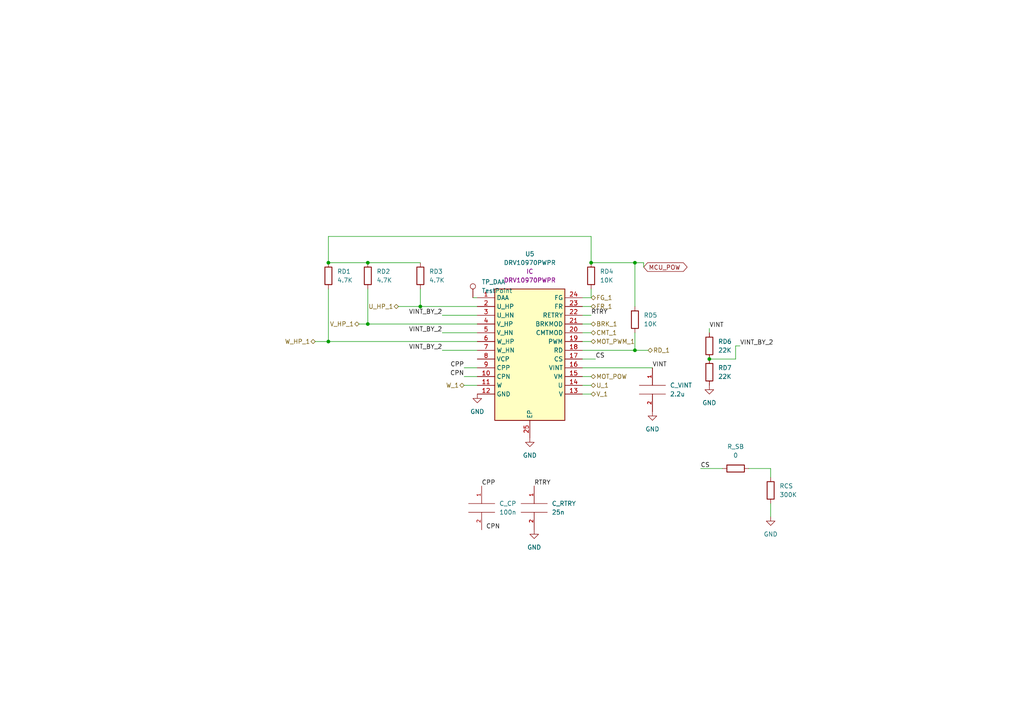
<source format=kicad_sch>
(kicad_sch (version 20211123) (generator eeschema)

  (uuid 4b429be7-8e99-40cb-b063-2a2614c005ef)

  (paper "A4")

  (lib_symbols
    (symbol "Connector:TestPoint" (pin_numbers hide) (pin_names (offset 0.762) hide) (in_bom yes) (on_board yes)
      (property "Reference" "TP" (id 0) (at 0 6.858 0)
        (effects (font (size 1.27 1.27)))
      )
      (property "Value" "TestPoint" (id 1) (at 0 5.08 0)
        (effects (font (size 1.27 1.27)))
      )
      (property "Footprint" "" (id 2) (at 5.08 0 0)
        (effects (font (size 1.27 1.27)) hide)
      )
      (property "Datasheet" "~" (id 3) (at 5.08 0 0)
        (effects (font (size 1.27 1.27)) hide)
      )
      (property "ki_keywords" "test point tp" (id 4) (at 0 0 0)
        (effects (font (size 1.27 1.27)) hide)
      )
      (property "ki_description" "test point" (id 5) (at 0 0 0)
        (effects (font (size 1.27 1.27)) hide)
      )
      (property "ki_fp_filters" "Pin* Test*" (id 6) (at 0 0 0)
        (effects (font (size 1.27 1.27)) hide)
      )
      (symbol "TestPoint_0_1"
        (circle (center 0 3.302) (radius 0.762)
          (stroke (width 0) (type default) (color 0 0 0 0))
          (fill (type none))
        )
      )
      (symbol "TestPoint_1_1"
        (pin passive line (at 0 0 90) (length 2.54)
          (name "1" (effects (font (size 1.27 1.27))))
          (number "1" (effects (font (size 1.27 1.27))))
        )
      )
    )
    (symbol "DRV10970PWPR:DRV10970PWPR" (in_bom yes) (on_board yes)
      (property "Reference" "" (id 0) (at 0 0 0)
        (effects (font (size 1.27 1.27)))
      )
      (property "Value" "DRV10970PWPR" (id 1) (at 0 0 0)
        (effects (font (size 1.27 1.27)))
      )
      (property "Footprint" "" (id 2) (at 0 0 0)
        (effects (font (size 1.27 1.27)) hide)
      )
      (property "Datasheet" "" (id 3) (at 0 0 0)
        (effects (font (size 1.27 1.27)) hide)
      )
      (property "Reference_1" "IC" (id 4) (at 26.67 7.62 0)
        (effects (font (size 1.27 1.27)) (justify left top))
      )
      (property "Value_1" "DRV10970PWPR" (id 5) (at 26.67 5.08 0)
        (effects (font (size 1.27 1.27)) (justify left top))
      )
      (property "Footprint_1" "SOP65P640X120-25N" (id 6) (at 26.67 -94.92 0)
        (effects (font (size 1.27 1.27)) (justify left top) hide)
      )
      (property "Datasheet_1" "http://www.ti.com/lit/gpn/drv10970" (id 7) (at 26.67 -194.92 0)
        (effects (font (size 1.27 1.27)) (justify left top) hide)
      )
      (property "Height" "1.2" (id 8) (at 26.67 -394.92 0)
        (effects (font (size 1.27 1.27)) (justify left top) hide)
      )
      (property "Mouser Part Number" "595-DRV10970PWPR" (id 9) (at 26.67 -494.92 0)
        (effects (font (size 1.27 1.27)) (justify left top) hide)
      )
      (property "Mouser Price/Stock" "https://www.mouser.co.uk/ProductDetail/Texas-Instruments/DRV10970PWPR?qs=F66ExNIg9rr34PKt6FmsTg%3D%3D" (id 10) (at 26.67 -594.92 0)
        (effects (font (size 1.27 1.27)) (justify left top) hide)
      )
      (property "Manufacturer_Name" "Texas Instruments" (id 11) (at 26.67 -694.92 0)
        (effects (font (size 1.27 1.27)) (justify left top) hide)
      )
      (property "Manufacturer_Part_Number" "DRV10970PWPR" (id 12) (at 26.67 -794.92 0)
        (effects (font (size 1.27 1.27)) (justify left top) hide)
      )
      (property "ki_description" "20W, 12V 3-phase sensored BLDC motor driver with single/3halls supported" (id 13) (at 0 0 0)
        (effects (font (size 1.27 1.27)) hide)
      )
      (symbol "DRV10970PWPR_1_1"
        (rectangle (start 5.08 2.54) (end 25.4 -35.56)
          (stroke (width 0.254) (type default) (color 0 0 0 0))
          (fill (type background))
        )
        (pin passive line (at 0 0 0) (length 5.08)
          (name "DAA" (effects (font (size 1.27 1.27))))
          (number "1" (effects (font (size 1.27 1.27))))
        )
        (pin passive line (at 0 -22.86 0) (length 5.08)
          (name "CPN" (effects (font (size 1.27 1.27))))
          (number "10" (effects (font (size 1.27 1.27))))
        )
        (pin passive line (at 0 -25.4 0) (length 5.08)
          (name "W" (effects (font (size 1.27 1.27))))
          (number "11" (effects (font (size 1.27 1.27))))
        )
        (pin passive line (at 0 -27.94 0) (length 5.08)
          (name "GND" (effects (font (size 1.27 1.27))))
          (number "12" (effects (font (size 1.27 1.27))))
        )
        (pin passive line (at 30.48 -27.94 180) (length 5.08)
          (name "V" (effects (font (size 1.27 1.27))))
          (number "13" (effects (font (size 1.27 1.27))))
        )
        (pin passive line (at 30.48 -25.4 180) (length 5.08)
          (name "U" (effects (font (size 1.27 1.27))))
          (number "14" (effects (font (size 1.27 1.27))))
        )
        (pin passive line (at 30.48 -22.86 180) (length 5.08)
          (name "VM" (effects (font (size 1.27 1.27))))
          (number "15" (effects (font (size 1.27 1.27))))
        )
        (pin passive line (at 30.48 -20.32 180) (length 5.08)
          (name "VINT" (effects (font (size 1.27 1.27))))
          (number "16" (effects (font (size 1.27 1.27))))
        )
        (pin passive line (at 30.48 -17.78 180) (length 5.08)
          (name "CS" (effects (font (size 1.27 1.27))))
          (number "17" (effects (font (size 1.27 1.27))))
        )
        (pin passive line (at 30.48 -15.24 180) (length 5.08)
          (name "RD" (effects (font (size 1.27 1.27))))
          (number "18" (effects (font (size 1.27 1.27))))
        )
        (pin passive line (at 30.48 -12.7 180) (length 5.08)
          (name "PWM" (effects (font (size 1.27 1.27))))
          (number "19" (effects (font (size 1.27 1.27))))
        )
        (pin passive line (at 0 -2.54 0) (length 5.08)
          (name "U_HP" (effects (font (size 1.27 1.27))))
          (number "2" (effects (font (size 1.27 1.27))))
        )
        (pin passive line (at 30.48 -10.16 180) (length 5.08)
          (name "CMTMOD" (effects (font (size 1.27 1.27))))
          (number "20" (effects (font (size 1.27 1.27))))
        )
        (pin passive line (at 30.48 -7.62 180) (length 5.08)
          (name "BRKMOD" (effects (font (size 1.27 1.27))))
          (number "21" (effects (font (size 1.27 1.27))))
        )
        (pin passive line (at 30.48 -5.08 180) (length 5.08)
          (name "RETRY" (effects (font (size 1.27 1.27))))
          (number "22" (effects (font (size 1.27 1.27))))
        )
        (pin passive line (at 30.48 -2.54 180) (length 5.08)
          (name "FR" (effects (font (size 1.27 1.27))))
          (number "23" (effects (font (size 1.27 1.27))))
        )
        (pin passive line (at 30.48 0 180) (length 5.08)
          (name "FG" (effects (font (size 1.27 1.27))))
          (number "24" (effects (font (size 1.27 1.27))))
        )
        (pin passive line (at 15.24 -40.64 90) (length 5.08)
          (name "EP" (effects (font (size 1.27 1.27))))
          (number "25" (effects (font (size 1.27 1.27))))
        )
        (pin passive line (at 0 -5.08 0) (length 5.08)
          (name "U_HN" (effects (font (size 1.27 1.27))))
          (number "3" (effects (font (size 1.27 1.27))))
        )
        (pin passive line (at 0 -7.62 0) (length 5.08)
          (name "V_HP" (effects (font (size 1.27 1.27))))
          (number "4" (effects (font (size 1.27 1.27))))
        )
        (pin passive line (at 0 -10.16 0) (length 5.08)
          (name "V_HN" (effects (font (size 1.27 1.27))))
          (number "5" (effects (font (size 1.27 1.27))))
        )
        (pin passive line (at 0 -12.7 0) (length 5.08)
          (name "W_HP" (effects (font (size 1.27 1.27))))
          (number "6" (effects (font (size 1.27 1.27))))
        )
        (pin passive line (at 0 -15.24 0) (length 5.08)
          (name "W_HN" (effects (font (size 1.27 1.27))))
          (number "7" (effects (font (size 1.27 1.27))))
        )
        (pin passive line (at 0 -17.78 0) (length 5.08)
          (name "VCP" (effects (font (size 1.27 1.27))))
          (number "8" (effects (font (size 1.27 1.27))))
        )
        (pin passive line (at 0 -20.32 0) (length 5.08)
          (name "CPP" (effects (font (size 1.27 1.27))))
          (number "9" (effects (font (size 1.27 1.27))))
        )
      )
    )
    (symbol "Device:R" (pin_numbers hide) (pin_names (offset 0)) (in_bom yes) (on_board yes)
      (property "Reference" "R" (id 0) (at 2.032 0 90)
        (effects (font (size 1.27 1.27)))
      )
      (property "Value" "R" (id 1) (at 0 0 90)
        (effects (font (size 1.27 1.27)))
      )
      (property "Footprint" "" (id 2) (at -1.778 0 90)
        (effects (font (size 1.27 1.27)) hide)
      )
      (property "Datasheet" "~" (id 3) (at 0 0 0)
        (effects (font (size 1.27 1.27)) hide)
      )
      (property "ki_keywords" "R res resistor" (id 4) (at 0 0 0)
        (effects (font (size 1.27 1.27)) hide)
      )
      (property "ki_description" "Resistor" (id 5) (at 0 0 0)
        (effects (font (size 1.27 1.27)) hide)
      )
      (property "ki_fp_filters" "R_*" (id 6) (at 0 0 0)
        (effects (font (size 1.27 1.27)) hide)
      )
      (symbol "R_0_1"
        (rectangle (start -1.016 -2.54) (end 1.016 2.54)
          (stroke (width 0.254) (type default) (color 0 0 0 0))
          (fill (type none))
        )
      )
      (symbol "R_1_1"
        (pin passive line (at 0 3.81 270) (length 1.27)
          (name "~" (effects (font (size 1.27 1.27))))
          (number "1" (effects (font (size 1.27 1.27))))
        )
        (pin passive line (at 0 -3.81 90) (length 1.27)
          (name "~" (effects (font (size 1.27 1.27))))
          (number "2" (effects (font (size 1.27 1.27))))
        )
      )
    )
    (symbol "power:GND" (power) (pin_names (offset 0)) (in_bom yes) (on_board yes)
      (property "Reference" "#PWR" (id 0) (at 0 -6.35 0)
        (effects (font (size 1.27 1.27)) hide)
      )
      (property "Value" "GND" (id 1) (at 0 -3.81 0)
        (effects (font (size 1.27 1.27)))
      )
      (property "Footprint" "" (id 2) (at 0 0 0)
        (effects (font (size 1.27 1.27)) hide)
      )
      (property "Datasheet" "" (id 3) (at 0 0 0)
        (effects (font (size 1.27 1.27)) hide)
      )
      (property "ki_keywords" "global power" (id 4) (at 0 0 0)
        (effects (font (size 1.27 1.27)) hide)
      )
      (property "ki_description" "Power symbol creates a global label with name \"GND\" , ground" (id 5) (at 0 0 0)
        (effects (font (size 1.27 1.27)) hide)
      )
      (symbol "GND_0_1"
        (polyline
          (pts
            (xy 0 0)
            (xy 0 -1.27)
            (xy 1.27 -1.27)
            (xy 0 -2.54)
            (xy -1.27 -1.27)
            (xy 0 -1.27)
          )
          (stroke (width 0) (type default) (color 0 0 0 0))
          (fill (type none))
        )
      )
      (symbol "GND_1_1"
        (pin power_in line (at 0 0 270) (length 0) hide
          (name "GND" (effects (font (size 1.27 1.27))))
          (number "1" (effects (font (size 1.27 1.27))))
        )
      )
    )
    (symbol "pspice:C" (pin_names (offset 0.254)) (in_bom yes) (on_board yes)
      (property "Reference" "C" (id 0) (at 2.54 3.81 90)
        (effects (font (size 1.27 1.27)))
      )
      (property "Value" "C" (id 1) (at 2.54 -3.81 90)
        (effects (font (size 1.27 1.27)))
      )
      (property "Footprint" "" (id 2) (at 0 0 0)
        (effects (font (size 1.27 1.27)) hide)
      )
      (property "Datasheet" "~" (id 3) (at 0 0 0)
        (effects (font (size 1.27 1.27)) hide)
      )
      (property "ki_keywords" "simulation" (id 4) (at 0 0 0)
        (effects (font (size 1.27 1.27)) hide)
      )
      (property "ki_description" "Capacitor symbol for simulation only" (id 5) (at 0 0 0)
        (effects (font (size 1.27 1.27)) hide)
      )
      (symbol "C_0_1"
        (polyline
          (pts
            (xy -3.81 -1.27)
            (xy 3.81 -1.27)
          )
          (stroke (width 0) (type default) (color 0 0 0 0))
          (fill (type none))
        )
        (polyline
          (pts
            (xy -3.81 1.27)
            (xy 3.81 1.27)
          )
          (stroke (width 0) (type default) (color 0 0 0 0))
          (fill (type none))
        )
      )
      (symbol "C_1_1"
        (pin passive line (at 0 6.35 270) (length 5.08)
          (name "~" (effects (font (size 1.016 1.016))))
          (number "1" (effects (font (size 1.016 1.016))))
        )
        (pin passive line (at 0 -6.35 90) (length 5.08)
          (name "~" (effects (font (size 1.016 1.016))))
          (number "2" (effects (font (size 1.016 1.016))))
        )
      )
    )
  )

  (junction (at 184.15 101.6) (diameter 0) (color 0 0 0 0)
    (uuid 120e55e4-b0ed-4601-b4c2-ab1444f492a9)
  )
  (junction (at 95.25 76.2) (diameter 0) (color 0 0 0 0)
    (uuid 2dc98d24-0380-4acf-afa5-b4290e47d782)
  )
  (junction (at 95.25 99.06) (diameter 0) (color 0 0 0 0)
    (uuid 42cc55fb-a28a-4be0-9376-3e222678a7d9)
  )
  (junction (at 106.68 93.98) (diameter 0) (color 0 0 0 0)
    (uuid 850181d7-2f03-4850-8b6c-2ae96badae94)
  )
  (junction (at 171.45 76.2) (diameter 0) (color 0 0 0 0)
    (uuid a1d363e8-2e7a-4a2d-a62a-03e4b1490fe0)
  )
  (junction (at 205.74 104.14) (diameter 0) (color 0 0 0 0)
    (uuid cc0fd2d9-ecb3-4d0e-b949-601bd2c310db)
  )
  (junction (at 184.15 76.2) (diameter 0) (color 0 0 0 0)
    (uuid d8f28d68-fd29-415d-aa41-1a114bfc96e7)
  )
  (junction (at 121.92 88.9) (diameter 0) (color 0 0 0 0)
    (uuid e216164a-7970-487e-b31e-f8e5b1e0d9aa)
  )
  (junction (at 106.68 76.2) (diameter 0) (color 0 0 0 0)
    (uuid ed3a9735-9157-4f3c-8e47-99bfc80e92ff)
  )

  (wire (pts (xy 223.52 146.05) (xy 223.52 149.86))
    (stroke (width 0) (type default) (color 0 0 0 0))
    (uuid 00571b31-57e0-4297-b8b9-5475103b0351)
  )
  (wire (pts (xy 168.91 114.3) (xy 171.45 114.3))
    (stroke (width 0) (type default) (color 0 0 0 0))
    (uuid 00ac0828-ef11-4fa7-9516-2983693a7b9c)
  )
  (wire (pts (xy 168.91 109.22) (xy 171.45 109.22))
    (stroke (width 0) (type default) (color 0 0 0 0))
    (uuid 00b40e02-ab4d-42c1-9cd7-c976b207a464)
  )
  (wire (pts (xy 171.45 68.58) (xy 95.25 68.58))
    (stroke (width 0) (type default) (color 0 0 0 0))
    (uuid 03fcbc5d-0e69-4cdd-92a9-86af25cac310)
  )
  (wire (pts (xy 134.62 106.68) (xy 138.43 106.68))
    (stroke (width 0) (type default) (color 0 0 0 0))
    (uuid 07a33043-8ee2-4558-9852-acc18453ce3c)
  )
  (wire (pts (xy 128.27 96.52) (xy 138.43 96.52))
    (stroke (width 0) (type default) (color 0 0 0 0))
    (uuid 07b51b3d-108e-4d72-9d4c-fde002ca713b)
  )
  (wire (pts (xy 168.91 111.76) (xy 171.45 111.76))
    (stroke (width 0) (type default) (color 0 0 0 0))
    (uuid 18683ca9-0676-4de9-b491-f1513d3e5468)
  )
  (wire (pts (xy 137.16 86.36) (xy 138.43 86.36))
    (stroke (width 0) (type default) (color 0 0 0 0))
    (uuid 1b7f1024-3815-44d7-9a7c-87c8853bf9c4)
  )
  (wire (pts (xy 171.45 76.2) (xy 171.45 68.58))
    (stroke (width 0) (type default) (color 0 0 0 0))
    (uuid 1fbad2ae-4e6d-45d9-8867-b598fab0dfe1)
  )
  (wire (pts (xy 95.25 76.2) (xy 106.68 76.2))
    (stroke (width 0) (type default) (color 0 0 0 0))
    (uuid 2aaa74fe-eb41-4b74-96ca-2819383abcb1)
  )
  (wire (pts (xy 213.36 100.33) (xy 213.36 104.14))
    (stroke (width 0) (type default) (color 0 0 0 0))
    (uuid 2be67987-bb53-469b-bc4e-a9053cbb0e58)
  )
  (wire (pts (xy 171.45 83.82) (xy 171.45 86.36))
    (stroke (width 0) (type default) (color 0 0 0 0))
    (uuid 2d8403df-9adb-420d-8cb9-586a86c66497)
  )
  (wire (pts (xy 168.91 99.06) (xy 171.45 99.06))
    (stroke (width 0) (type default) (color 0 0 0 0))
    (uuid 302e5e1c-c94d-4099-b60e-1a69ebe1fa92)
  )
  (wire (pts (xy 168.91 93.98) (xy 171.45 93.98))
    (stroke (width 0) (type default) (color 0 0 0 0))
    (uuid 34b014e8-d563-4c59-80b7-ee66f08a8e37)
  )
  (wire (pts (xy 184.15 96.52) (xy 184.15 101.6))
    (stroke (width 0) (type default) (color 0 0 0 0))
    (uuid 372eca18-ead8-4c8e-b7c4-cc4b7dc09531)
  )
  (wire (pts (xy 134.62 109.22) (xy 138.43 109.22))
    (stroke (width 0) (type default) (color 0 0 0 0))
    (uuid 41af92b5-d453-4a47-a72a-1bfd07ec5dcb)
  )
  (wire (pts (xy 186.69 76.2) (xy 184.15 76.2))
    (stroke (width 0) (type default) (color 0 0 0 0))
    (uuid 435fccd7-e1f1-4062-808c-6841b9eab702)
  )
  (wire (pts (xy 184.15 76.2) (xy 184.15 88.9))
    (stroke (width 0) (type default) (color 0 0 0 0))
    (uuid 467fc12f-ba68-41fc-985f-334a2f76db6e)
  )
  (wire (pts (xy 168.91 101.6) (xy 184.15 101.6))
    (stroke (width 0) (type default) (color 0 0 0 0))
    (uuid 51be3c44-f3b0-4fb5-af41-a72dc414aaf8)
  )
  (wire (pts (xy 134.62 111.76) (xy 138.43 111.76))
    (stroke (width 0) (type default) (color 0 0 0 0))
    (uuid 54a6d9c1-1d8b-4715-9c75-cf51a4af92d3)
  )
  (wire (pts (xy 205.74 95.25) (xy 205.74 96.52))
    (stroke (width 0) (type default) (color 0 0 0 0))
    (uuid 58349c27-7970-47e0-b498-6591ba910e77)
  )
  (wire (pts (xy 168.91 88.9) (xy 171.45 88.9))
    (stroke (width 0) (type default) (color 0 0 0 0))
    (uuid 5a7ef90e-288b-48c8-ac86-5ff311e29c5e)
  )
  (wire (pts (xy 223.52 135.89) (xy 223.52 138.43))
    (stroke (width 0) (type default) (color 0 0 0 0))
    (uuid 5bb327f7-44c4-400e-b637-020c74b8c14d)
  )
  (wire (pts (xy 121.92 83.82) (xy 121.92 88.9))
    (stroke (width 0) (type default) (color 0 0 0 0))
    (uuid 63cc751b-0528-4979-9fdf-920a68c2f20d)
  )
  (wire (pts (xy 213.36 104.14) (xy 205.74 104.14))
    (stroke (width 0) (type default) (color 0 0 0 0))
    (uuid 650a7ffc-9f3b-4c13-b84a-9702d2d4a5dd)
  )
  (wire (pts (xy 121.92 88.9) (xy 138.43 88.9))
    (stroke (width 0) (type default) (color 0 0 0 0))
    (uuid 689c06d9-bda2-4888-b766-7ef04c7b096a)
  )
  (wire (pts (xy 214.63 100.33) (xy 213.36 100.33))
    (stroke (width 0) (type default) (color 0 0 0 0))
    (uuid 68c6e004-3f9e-4e9b-8f52-7009598e4068)
  )
  (wire (pts (xy 106.68 83.82) (xy 106.68 93.98))
    (stroke (width 0) (type default) (color 0 0 0 0))
    (uuid 73090586-60d6-46e2-a34c-224e069e9230)
  )
  (wire (pts (xy 106.68 93.98) (xy 138.43 93.98))
    (stroke (width 0) (type default) (color 0 0 0 0))
    (uuid 775b36ef-4b7f-4975-bc0a-3239cd8cf337)
  )
  (wire (pts (xy 95.25 68.58) (xy 95.25 76.2))
    (stroke (width 0) (type default) (color 0 0 0 0))
    (uuid 798471b9-2d1b-4351-af46-02eec052645c)
  )
  (wire (pts (xy 168.91 104.14) (xy 172.72 104.14))
    (stroke (width 0) (type default) (color 0 0 0 0))
    (uuid 7e90564f-dc1e-4e90-99e9-41467da889d5)
  )
  (wire (pts (xy 115.57 88.9) (xy 121.92 88.9))
    (stroke (width 0) (type default) (color 0 0 0 0))
    (uuid 91943023-88f0-4877-8a4d-72daf66ef414)
  )
  (wire (pts (xy 217.17 135.89) (xy 223.52 135.89))
    (stroke (width 0) (type default) (color 0 0 0 0))
    (uuid 9c56ca1a-dd38-42dc-aa1b-c595c61638a6)
  )
  (wire (pts (xy 168.91 106.68) (xy 189.23 106.68))
    (stroke (width 0) (type default) (color 0 0 0 0))
    (uuid 9fd060c9-a266-4015-9120-72624455169a)
  )
  (wire (pts (xy 91.44 99.06) (xy 95.25 99.06))
    (stroke (width 0) (type default) (color 0 0 0 0))
    (uuid bf634b29-be9b-435c-91f3-0ea9ad1c10aa)
  )
  (wire (pts (xy 184.15 101.6) (xy 187.96 101.6))
    (stroke (width 0) (type default) (color 0 0 0 0))
    (uuid c4902123-a4f5-4f65-9279-fb8411b348d7)
  )
  (wire (pts (xy 128.27 101.6) (xy 138.43 101.6))
    (stroke (width 0) (type default) (color 0 0 0 0))
    (uuid c60d84e3-506c-40f6-b92d-4eafab7cea06)
  )
  (wire (pts (xy 184.15 76.2) (xy 171.45 76.2))
    (stroke (width 0) (type default) (color 0 0 0 0))
    (uuid ca9e34ab-4519-4f55-9e3b-6de1b6aa19b8)
  )
  (wire (pts (xy 168.91 91.44) (xy 171.45 91.44))
    (stroke (width 0) (type default) (color 0 0 0 0))
    (uuid cd33da9b-1f7d-4254-bcb5-25eda9218330)
  )
  (wire (pts (xy 168.91 96.52) (xy 171.45 96.52))
    (stroke (width 0) (type default) (color 0 0 0 0))
    (uuid d1772740-2f89-4064-b6b6-f710a0a306f1)
  )
  (wire (pts (xy 104.14 93.98) (xy 106.68 93.98))
    (stroke (width 0) (type default) (color 0 0 0 0))
    (uuid dc4c3eda-a72f-4101-8039-8743ab564aa7)
  )
  (wire (pts (xy 168.91 86.36) (xy 171.45 86.36))
    (stroke (width 0) (type default) (color 0 0 0 0))
    (uuid ece8dc0f-f27c-4de8-ba63-111c08b5beee)
  )
  (wire (pts (xy 106.68 76.2) (xy 121.92 76.2))
    (stroke (width 0) (type default) (color 0 0 0 0))
    (uuid f2a3a892-343f-4249-994f-59ff96b0788d)
  )
  (wire (pts (xy 95.25 99.06) (xy 138.43 99.06))
    (stroke (width 0) (type default) (color 0 0 0 0))
    (uuid f58081f4-fe6c-4a2d-b4c5-7c85340bbf00)
  )
  (wire (pts (xy 128.27 91.44) (xy 138.43 91.44))
    (stroke (width 0) (type default) (color 0 0 0 0))
    (uuid f65ee809-746a-44b8-8731-a629f074cb79)
  )
  (wire (pts (xy 203.2 135.89) (xy 209.55 135.89))
    (stroke (width 0) (type default) (color 0 0 0 0))
    (uuid f811573d-f6fc-4dbf-9862-c94d3bd7c357)
  )
  (wire (pts (xy 186.69 77.47) (xy 186.69 76.2))
    (stroke (width 0) (type default) (color 0 0 0 0))
    (uuid f88b3ab4-c148-4aff-bd66-dac7a05a53db)
  )
  (wire (pts (xy 95.25 83.82) (xy 95.25 99.06))
    (stroke (width 0) (type default) (color 0 0 0 0))
    (uuid f9d4d0dd-05b4-4cbd-9cb6-6e2299099987)
  )

  (label "RTRY" (at 171.45 91.44 0)
    (effects (font (size 1.27 1.27)) (justify left bottom))
    (uuid 173f28e4-1683-4b02-87ed-eef4d7ca48fe)
  )
  (label "VINT" (at 189.23 106.68 0)
    (effects (font (size 1.27 1.27)) (justify left bottom))
    (uuid 2465b4c4-b221-4962-9ad3-1c1a97828cbd)
  )
  (label "VINT" (at 205.74 95.25 0)
    (effects (font (size 1.27 1.27)) (justify left bottom))
    (uuid 451d25f0-779e-4f01-b99c-6b52de4a6a0f)
  )
  (label "CPP" (at 134.62 106.68 180)
    (effects (font (size 1.27 1.27)) (justify right bottom))
    (uuid 684c1eb0-a014-45a1-bd0d-fd9b830ff22d)
  )
  (label "VINT_BY_2" (at 214.63 100.33 0)
    (effects (font (size 1.27 1.27)) (justify left bottom))
    (uuid 6ebc7f23-50fd-4fc1-b1fc-06f2c08b0b38)
  )
  (label "VINT_BY_2" (at 128.27 101.6 180)
    (effects (font (size 1.27 1.27)) (justify right bottom))
    (uuid 8fdf0ff2-c42f-4db3-b26d-b90f835c2613)
  )
  (label "CPN" (at 140.97 153.67 0)
    (effects (font (size 1.27 1.27)) (justify left bottom))
    (uuid 93a1da55-3966-4862-84d5-2f283cef13ef)
  )
  (label "VINT_BY_2" (at 128.27 96.52 180)
    (effects (font (size 1.27 1.27)) (justify right bottom))
    (uuid 9b6a23f9-56a0-442a-a44c-a7f8cc2efe11)
  )
  (label "RTRY" (at 154.94 140.97 0)
    (effects (font (size 1.27 1.27)) (justify left bottom))
    (uuid b4101964-a2af-4700-ba08-9b47f6522896)
  )
  (label "CS" (at 203.2 135.89 0)
    (effects (font (size 1.27 1.27)) (justify left bottom))
    (uuid cd33be89-e19b-4e07-a173-cfd4106190e1)
  )
  (label "CPN" (at 134.62 109.22 180)
    (effects (font (size 1.27 1.27)) (justify right bottom))
    (uuid d40ba5fb-7cf4-46d2-a6ce-1c80dca60977)
  )
  (label "CS" (at 172.72 104.14 0)
    (effects (font (size 1.27 1.27)) (justify left bottom))
    (uuid e02319bb-429b-4512-9b09-838d3de7e5a9)
  )
  (label "VINT_BY_2" (at 128.27 91.44 180)
    (effects (font (size 1.27 1.27)) (justify right bottom))
    (uuid f1b25590-1091-4d91-9515-f8d994f9948f)
  )
  (label "CPP" (at 139.7 140.97 0)
    (effects (font (size 1.27 1.27)) (justify left bottom))
    (uuid fbbe2fdb-53f6-4983-b1d5-8acbf78b0649)
  )

  (global_label "MCU_POW" (shape bidirectional) (at 186.69 77.47 0) (fields_autoplaced)
    (effects (font (size 1.27 1.27)) (justify left))
    (uuid 88e6603e-a558-4626-b440-3525eb72b4ea)
    (property "Intersheet References" "${INTERSHEET_REFS}" (id 0) (at 198.1745 77.3906 0)
      (effects (font (size 1.27 1.27)) (justify left) hide)
    )
  )

  (hierarchical_label "FR_1" (shape bidirectional) (at 171.45 88.9 0)
    (effects (font (size 1.27 1.27)) (justify left))
    (uuid 20715fae-536c-4a45-a3cf-9e1fed6d716b)
  )
  (hierarchical_label "W_1" (shape bidirectional) (at 134.62 111.76 180)
    (effects (font (size 1.27 1.27)) (justify right))
    (uuid 25d3c052-3930-40a9-a9f6-7210aaee9a21)
  )
  (hierarchical_label "V_1" (shape bidirectional) (at 171.45 114.3 0)
    (effects (font (size 1.27 1.27)) (justify left))
    (uuid 3de7f2b0-b636-4a2d-8659-801179060f90)
  )
  (hierarchical_label "MOT_PWM_1" (shape bidirectional) (at 171.45 99.06 0)
    (effects (font (size 1.27 1.27)) (justify left))
    (uuid 3ee6624d-c9b1-4f6d-92cc-1cb7ec12000b)
  )
  (hierarchical_label "FG_1" (shape bidirectional) (at 171.45 86.36 0)
    (effects (font (size 1.27 1.27)) (justify left))
    (uuid 4563f6c3-1ada-490d-ae43-b46f58285855)
  )
  (hierarchical_label "RD_1" (shape bidirectional) (at 187.96 101.6 0)
    (effects (font (size 1.27 1.27)) (justify left))
    (uuid 51464cf3-5226-4953-b925-1e61778dabdd)
  )
  (hierarchical_label "CMT_1" (shape bidirectional) (at 171.45 96.52 0)
    (effects (font (size 1.27 1.27)) (justify left))
    (uuid 88746cd3-a9ad-4977-afab-3394161f4407)
  )
  (hierarchical_label "BRK_1" (shape bidirectional) (at 171.45 93.98 0)
    (effects (font (size 1.27 1.27)) (justify left))
    (uuid 94a0d973-56b0-425c-aa8e-dc81129123bf)
  )
  (hierarchical_label "V_HP_1" (shape bidirectional) (at 104.14 93.98 180)
    (effects (font (size 1.27 1.27)) (justify right))
    (uuid b20e1cbd-b8a8-417f-a3bc-a61c48aaf1e2)
  )
  (hierarchical_label "W_HP_1" (shape bidirectional) (at 91.44 99.06 180)
    (effects (font (size 1.27 1.27)) (justify right))
    (uuid c24c2411-3ae5-4fd1-aa48-119fe3796bb1)
  )
  (hierarchical_label "U_HP_1" (shape bidirectional) (at 115.57 88.9 180)
    (effects (font (size 1.27 1.27)) (justify right))
    (uuid c435821d-272b-4bab-a24b-4aa92ad4cfff)
  )
  (hierarchical_label "U_1" (shape bidirectional) (at 171.45 111.76 0)
    (effects (font (size 1.27 1.27)) (justify left))
    (uuid d128805d-e48b-45bd-8462-a428e0870172)
  )
  (hierarchical_label "MOT_POW" (shape bidirectional) (at 171.45 109.22 0)
    (effects (font (size 1.27 1.27)) (justify left))
    (uuid d91abad2-4f83-4195-be7d-6526675082f9)
  )

  (symbol (lib_id "power:GND") (at 154.94 153.67 0) (unit 1)
    (in_bom yes) (on_board yes) (fields_autoplaced)
    (uuid 0e1c0daf-6fdf-42db-989e-38064d984388)
    (property "Reference" "#PWR?" (id 0) (at 154.94 160.02 0)
      (effects (font (size 1.27 1.27)) hide)
    )
    (property "Value" "GND" (id 1) (at 154.94 158.75 0))
    (property "Footprint" "" (id 2) (at 154.94 153.67 0)
      (effects (font (size 1.27 1.27)) hide)
    )
    (property "Datasheet" "" (id 3) (at 154.94 153.67 0)
      (effects (font (size 1.27 1.27)) hide)
    )
    (pin "1" (uuid 9967c19d-461d-438e-9932-0ff69c67fbfe))
  )

  (symbol (lib_id "Device:R") (at 223.52 142.24 180) (unit 1)
    (in_bom yes) (on_board yes) (fields_autoplaced)
    (uuid 17712fa2-af87-4b6a-9c9f-bf720c98424e)
    (property "Reference" "RCS" (id 0) (at 226.06 140.9699 0)
      (effects (font (size 1.27 1.27)) (justify right))
    )
    (property "Value" "300K" (id 1) (at 226.06 143.5099 0)
      (effects (font (size 1.27 1.27)) (justify right))
    )
    (property "Footprint" "" (id 2) (at 225.298 142.24 90)
      (effects (font (size 1.27 1.27)) hide)
    )
    (property "Datasheet" "~" (id 3) (at 223.52 142.24 0)
      (effects (font (size 1.27 1.27)) hide)
    )
    (pin "1" (uuid eb4b4522-65f4-499d-b452-437a493d3524))
    (pin "2" (uuid df1e752f-d23b-4cc0-866b-1ddacd03a5bd))
  )

  (symbol (lib_id "Device:R") (at 95.25 80.01 0) (unit 1)
    (in_bom yes) (on_board yes) (fields_autoplaced)
    (uuid 26b8e755-5938-48df-85b4-137b714b265f)
    (property "Reference" "RD1" (id 0) (at 97.79 78.7399 0)
      (effects (font (size 1.27 1.27)) (justify left))
    )
    (property "Value" "4.7K" (id 1) (at 97.79 81.2799 0)
      (effects (font (size 1.27 1.27)) (justify left))
    )
    (property "Footprint" "" (id 2) (at 93.472 80.01 90)
      (effects (font (size 1.27 1.27)) hide)
    )
    (property "Datasheet" "~" (id 3) (at 95.25 80.01 0)
      (effects (font (size 1.27 1.27)) hide)
    )
    (pin "1" (uuid a2084f7b-e466-4469-a175-7b262c57e5a5))
    (pin "2" (uuid 4a2dd334-d527-4533-8ad6-f41c542b6efc))
  )

  (symbol (lib_id "power:GND") (at 205.74 111.76 0) (unit 1)
    (in_bom yes) (on_board yes) (fields_autoplaced)
    (uuid 2958ee08-2d29-4b0f-8c0b-e909c1402271)
    (property "Reference" "#PWR?" (id 0) (at 205.74 118.11 0)
      (effects (font (size 1.27 1.27)) hide)
    )
    (property "Value" "GND" (id 1) (at 205.74 116.84 0))
    (property "Footprint" "" (id 2) (at 205.74 111.76 0)
      (effects (font (size 1.27 1.27)) hide)
    )
    (property "Datasheet" "" (id 3) (at 205.74 111.76 0)
      (effects (font (size 1.27 1.27)) hide)
    )
    (pin "1" (uuid 5773ec95-8750-479e-8237-958b7e90fc9e))
  )

  (symbol (lib_id "power:GND") (at 223.52 149.86 0) (unit 1)
    (in_bom yes) (on_board yes) (fields_autoplaced)
    (uuid 2c7c3184-c24c-4a7d-b5ce-b9f1da300602)
    (property "Reference" "#PWR?" (id 0) (at 223.52 156.21 0)
      (effects (font (size 1.27 1.27)) hide)
    )
    (property "Value" "GND" (id 1) (at 223.52 154.94 0))
    (property "Footprint" "" (id 2) (at 223.52 149.86 0)
      (effects (font (size 1.27 1.27)) hide)
    )
    (property "Datasheet" "" (id 3) (at 223.52 149.86 0)
      (effects (font (size 1.27 1.27)) hide)
    )
    (pin "1" (uuid 82fdd29f-8abd-4269-88a2-d3a5cd1718e3))
  )

  (symbol (lib_id "pspice:C") (at 139.7 147.32 0) (unit 1)
    (in_bom yes) (on_board yes) (fields_autoplaced)
    (uuid 32e52620-ae05-4df6-a933-454a1ec44596)
    (property "Reference" "C_CP" (id 0) (at 144.78 146.0499 0)
      (effects (font (size 1.27 1.27)) (justify left))
    )
    (property "Value" "100n" (id 1) (at 144.78 148.5899 0)
      (effects (font (size 1.27 1.27)) (justify left))
    )
    (property "Footprint" "" (id 2) (at 139.7 147.32 0)
      (effects (font (size 1.27 1.27)) hide)
    )
    (property "Datasheet" "~" (id 3) (at 139.7 147.32 0)
      (effects (font (size 1.27 1.27)) hide)
    )
    (pin "1" (uuid 2778b3a3-abc9-40a7-8f7d-ae8f3b9879ed))
    (pin "2" (uuid e8698631-96d8-442e-8877-c9bc3faf7841))
  )

  (symbol (lib_id "pspice:C") (at 154.94 147.32 0) (unit 1)
    (in_bom yes) (on_board yes) (fields_autoplaced)
    (uuid 3b8a207b-03cb-4ce1-9759-f4df2ef0a18a)
    (property "Reference" "C_RTRY" (id 0) (at 160.02 146.0499 0)
      (effects (font (size 1.27 1.27)) (justify left))
    )
    (property "Value" "25n" (id 1) (at 160.02 148.5899 0)
      (effects (font (size 1.27 1.27)) (justify left))
    )
    (property "Footprint" "" (id 2) (at 154.94 147.32 0)
      (effects (font (size 1.27 1.27)) hide)
    )
    (property "Datasheet" "~" (id 3) (at 154.94 147.32 0)
      (effects (font (size 1.27 1.27)) hide)
    )
    (pin "1" (uuid 824ab5d8-07b8-4d86-85d4-75da97090082))
    (pin "2" (uuid a73bcf71-247d-4d75-a8a9-69403fb9b5ac))
  )

  (symbol (lib_id "Device:R") (at 106.68 80.01 0) (unit 1)
    (in_bom yes) (on_board yes) (fields_autoplaced)
    (uuid 3c3b5eee-da15-4c67-a5c6-a00e80090625)
    (property "Reference" "RD2" (id 0) (at 109.22 78.7399 0)
      (effects (font (size 1.27 1.27)) (justify left))
    )
    (property "Value" "4.7K" (id 1) (at 109.22 81.2799 0)
      (effects (font (size 1.27 1.27)) (justify left))
    )
    (property "Footprint" "" (id 2) (at 104.902 80.01 90)
      (effects (font (size 1.27 1.27)) hide)
    )
    (property "Datasheet" "~" (id 3) (at 106.68 80.01 0)
      (effects (font (size 1.27 1.27)) hide)
    )
    (pin "1" (uuid e3ad6c7d-45fd-48e0-add8-da59f7784d70))
    (pin "2" (uuid 1eaafb08-129c-48d0-867f-fecae98c9d40))
  )

  (symbol (lib_id "power:GND") (at 138.43 114.3 0) (unit 1)
    (in_bom yes) (on_board yes) (fields_autoplaced)
    (uuid 61af98aa-b641-4565-9517-0c5b54ee0a8a)
    (property "Reference" "#PWR?" (id 0) (at 138.43 120.65 0)
      (effects (font (size 1.27 1.27)) hide)
    )
    (property "Value" "GND" (id 1) (at 138.43 119.38 0))
    (property "Footprint" "" (id 2) (at 138.43 114.3 0)
      (effects (font (size 1.27 1.27)) hide)
    )
    (property "Datasheet" "" (id 3) (at 138.43 114.3 0)
      (effects (font (size 1.27 1.27)) hide)
    )
    (pin "1" (uuid 412a927c-8b54-4d01-8be6-5a9219346dac))
  )

  (symbol (lib_id "power:GND") (at 189.23 119.38 0) (unit 1)
    (in_bom yes) (on_board yes) (fields_autoplaced)
    (uuid 66466f4e-1834-4c78-99cf-3155f59ce323)
    (property "Reference" "#PWR?" (id 0) (at 189.23 125.73 0)
      (effects (font (size 1.27 1.27)) hide)
    )
    (property "Value" "GND" (id 1) (at 189.23 124.46 0))
    (property "Footprint" "" (id 2) (at 189.23 119.38 0)
      (effects (font (size 1.27 1.27)) hide)
    )
    (property "Datasheet" "" (id 3) (at 189.23 119.38 0)
      (effects (font (size 1.27 1.27)) hide)
    )
    (pin "1" (uuid 5f2d4da6-d50d-4750-aefc-3bfddaf5873c))
  )

  (symbol (lib_id "Connector:TestPoint") (at 137.16 86.36 0) (unit 1)
    (in_bom yes) (on_board yes) (fields_autoplaced)
    (uuid 6c121213-a643-424f-99d1-9d43d03e252c)
    (property "Reference" "TP_DAA" (id 0) (at 139.7 81.7879 0)
      (effects (font (size 1.27 1.27)) (justify left))
    )
    (property "Value" "TestPoint" (id 1) (at 139.7 84.3279 0)
      (effects (font (size 1.27 1.27)) (justify left))
    )
    (property "Footprint" "" (id 2) (at 142.24 86.36 0)
      (effects (font (size 1.27 1.27)) hide)
    )
    (property "Datasheet" "~" (id 3) (at 142.24 86.36 0)
      (effects (font (size 1.27 1.27)) hide)
    )
    (pin "1" (uuid fbd57833-396c-4e23-b69f-2b2333976b8f))
  )

  (symbol (lib_id "power:GND") (at 153.67 127 0) (unit 1)
    (in_bom yes) (on_board yes) (fields_autoplaced)
    (uuid 759249b5-182b-4cbc-9d20-4880c3f31eb9)
    (property "Reference" "#PWR?" (id 0) (at 153.67 133.35 0)
      (effects (font (size 1.27 1.27)) hide)
    )
    (property "Value" "GND" (id 1) (at 153.67 132.08 0))
    (property "Footprint" "" (id 2) (at 153.67 127 0)
      (effects (font (size 1.27 1.27)) hide)
    )
    (property "Datasheet" "" (id 3) (at 153.67 127 0)
      (effects (font (size 1.27 1.27)) hide)
    )
    (pin "1" (uuid ef6feb56-1298-428b-9add-b20373abf192))
  )

  (symbol (lib_id "Device:R") (at 213.36 135.89 90) (unit 1)
    (in_bom yes) (on_board yes) (fields_autoplaced)
    (uuid adda74d7-e440-4ee8-ac58-77865271bd91)
    (property "Reference" "R_SB" (id 0) (at 213.36 129.54 90))
    (property "Value" "0" (id 1) (at 213.36 132.08 90))
    (property "Footprint" "" (id 2) (at 213.36 137.668 90)
      (effects (font (size 1.27 1.27)) hide)
    )
    (property "Datasheet" "~" (id 3) (at 213.36 135.89 0)
      (effects (font (size 1.27 1.27)) hide)
    )
    (pin "1" (uuid eff3a550-126f-4566-9244-20fa1318a507))
    (pin "2" (uuid 0dda770f-5a61-413b-873c-ec8937a325a2))
  )

  (symbol (lib_id "Device:R") (at 121.92 80.01 0) (unit 1)
    (in_bom yes) (on_board yes) (fields_autoplaced)
    (uuid bda81cb0-473e-410b-9eb9-b34181d00c4e)
    (property "Reference" "RD3" (id 0) (at 124.46 78.7399 0)
      (effects (font (size 1.27 1.27)) (justify left))
    )
    (property "Value" "4.7K" (id 1) (at 124.46 81.2799 0)
      (effects (font (size 1.27 1.27)) (justify left))
    )
    (property "Footprint" "" (id 2) (at 120.142 80.01 90)
      (effects (font (size 1.27 1.27)) hide)
    )
    (property "Datasheet" "~" (id 3) (at 121.92 80.01 0)
      (effects (font (size 1.27 1.27)) hide)
    )
    (pin "1" (uuid 51b7586b-37c7-4e70-9155-8513498e7825))
    (pin "2" (uuid f7c769c3-cf6c-4607-9a4a-73510d0ba13e))
  )

  (symbol (lib_id "Device:R") (at 184.15 92.71 0) (unit 1)
    (in_bom yes) (on_board yes) (fields_autoplaced)
    (uuid bf7c7e05-9c47-4bc7-a354-294e1e1b4b5e)
    (property "Reference" "RD5" (id 0) (at 186.69 91.4399 0)
      (effects (font (size 1.27 1.27)) (justify left))
    )
    (property "Value" "10K" (id 1) (at 186.69 93.9799 0)
      (effects (font (size 1.27 1.27)) (justify left))
    )
    (property "Footprint" "" (id 2) (at 182.372 92.71 90)
      (effects (font (size 1.27 1.27)) hide)
    )
    (property "Datasheet" "~" (id 3) (at 184.15 92.71 0)
      (effects (font (size 1.27 1.27)) hide)
    )
    (pin "1" (uuid f3af1727-defa-4903-b3b4-6f050a6a0c21))
    (pin "2" (uuid a2347956-1c1e-4d35-9179-0a408a9c33a7))
  )

  (symbol (lib_id "DRV10970PWPR:DRV10970PWPR") (at 138.43 86.36 0) (unit 1)
    (in_bom yes) (on_board yes) (fields_autoplaced)
    (uuid c0f239ed-a928-419f-8b3c-923f93601ea1)
    (property "Reference" "U5" (id 0) (at 153.67 73.66 0))
    (property "Value" "DRV10970PWPR" (id 1) (at 153.67 76.2 0))
    (property "Footprint" "" (id 2) (at 138.43 86.36 0)
      (effects (font (size 1.27 1.27)) hide)
    )
    (property "Datasheet" "" (id 3) (at 138.43 86.36 0)
      (effects (font (size 1.27 1.27)) hide)
    )
    (property "Reference_1" "IC" (id 4) (at 153.67 78.74 0))
    (property "Value_1" "DRV10970PWPR" (id 5) (at 153.67 81.28 0))
    (property "Footprint_1" "SOP65P640X120-25N" (id 6) (at 165.1 181.28 0)
      (effects (font (size 1.27 1.27)) (justify left top) hide)
    )
    (property "Datasheet_1" "http://www.ti.com/lit/gpn/drv10970" (id 7) (at 165.1 281.28 0)
      (effects (font (size 1.27 1.27)) (justify left top) hide)
    )
    (property "Height" "1.2" (id 8) (at 165.1 481.28 0)
      (effects (font (size 1.27 1.27)) (justify left top) hide)
    )
    (property "Mouser Part Number" "595-DRV10970PWPR" (id 9) (at 165.1 581.28 0)
      (effects (font (size 1.27 1.27)) (justify left top) hide)
    )
    (property "Mouser Price/Stock" "https://www.mouser.co.uk/ProductDetail/Texas-Instruments/DRV10970PWPR?qs=F66ExNIg9rr34PKt6FmsTg%3D%3D" (id 10) (at 165.1 681.28 0)
      (effects (font (size 1.27 1.27)) (justify left top) hide)
    )
    (property "Manufacturer_Name" "Texas Instruments" (id 11) (at 165.1 781.28 0)
      (effects (font (size 1.27 1.27)) (justify left top) hide)
    )
    (property "Manufacturer_Part_Number" "DRV10970PWPR" (id 12) (at 165.1 881.28 0)
      (effects (font (size 1.27 1.27)) (justify left top) hide)
    )
    (pin "1" (uuid 5f8cd327-11e8-4d81-a70c-777c27a1fad6))
    (pin "10" (uuid 255064d7-caf7-4cef-ad4f-efbf001fd9c0))
    (pin "11" (uuid 390406c3-25ce-42b0-853e-30cc9fff2bc1))
    (pin "12" (uuid a60b9835-ac17-44b5-9030-2b93fae2d0eb))
    (pin "13" (uuid ed186ac3-7fbb-4a3e-a625-2e89f4e74700))
    (pin "14" (uuid 1b6d1c50-1ab4-4eb7-9562-607c667d9707))
    (pin "15" (uuid 38e34238-4563-463b-8976-9304e2e39e69))
    (pin "16" (uuid 467425a1-662e-4133-aa2c-521816886d88))
    (pin "17" (uuid c316d8ba-3e26-4ad4-8ab2-5f46b41c7bfb))
    (pin "18" (uuid 4668475c-4901-4ddb-935a-f61aff38f349))
    (pin "19" (uuid 661ebd4b-adcc-49fc-9784-f28f7769f8f9))
    (pin "2" (uuid 978285cb-849b-4b83-a0ed-0938ee80ddd8))
    (pin "20" (uuid 8da917f2-4a0b-4073-aed7-1d85b109b070))
    (pin "21" (uuid 72490d6b-3cea-4640-827c-27b5310f54c0))
    (pin "22" (uuid 65036d03-9536-4126-92dc-3dfe90a12e1d))
    (pin "23" (uuid 55f9fcfa-4ae2-40de-b363-c2ac8028a70b))
    (pin "24" (uuid 9ea36aa7-08db-4c50-88a5-c61521393618))
    (pin "25" (uuid 45e34038-a31e-4fa5-9b5b-66b1dc75c175))
    (pin "3" (uuid 9a3f5c16-cb75-478b-8598-ef403ff211e1))
    (pin "4" (uuid 255427ec-86cf-402a-be2b-d0d89a8984c2))
    (pin "5" (uuid a3df748a-81f8-48b0-8ee5-9fafc3a0b69f))
    (pin "6" (uuid 0cd8119d-f759-428b-9887-d03c8fb57675))
    (pin "7" (uuid ae9ac592-f43c-4bce-a973-e2eea315d1e6))
    (pin "8" (uuid 9ec90ca4-cd0b-4bd7-9b93-70ab80c08b13))
    (pin "9" (uuid a628d6cb-036d-4f74-a8fe-b26978d022d4))
  )

  (symbol (lib_id "pspice:C") (at 189.23 113.03 0) (unit 1)
    (in_bom yes) (on_board yes) (fields_autoplaced)
    (uuid c2b51706-9b59-4979-b562-badd0d98848a)
    (property "Reference" "C_VINT" (id 0) (at 194.31 111.7599 0)
      (effects (font (size 1.27 1.27)) (justify left))
    )
    (property "Value" "2.2u" (id 1) (at 194.31 114.2999 0)
      (effects (font (size 1.27 1.27)) (justify left))
    )
    (property "Footprint" "" (id 2) (at 189.23 113.03 0)
      (effects (font (size 1.27 1.27)) hide)
    )
    (property "Datasheet" "~" (id 3) (at 189.23 113.03 0)
      (effects (font (size 1.27 1.27)) hide)
    )
    (pin "1" (uuid a53976bc-033e-46f4-8c2e-53045c9529ea))
    (pin "2" (uuid e4e31e7b-1370-4182-a3a2-0c6555825658))
  )

  (symbol (lib_id "Device:R") (at 171.45 80.01 0) (unit 1)
    (in_bom yes) (on_board yes) (fields_autoplaced)
    (uuid c5821811-8341-42d3-b2cc-185ee2db700b)
    (property "Reference" "RD4" (id 0) (at 173.99 78.7399 0)
      (effects (font (size 1.27 1.27)) (justify left))
    )
    (property "Value" "10K" (id 1) (at 173.99 81.2799 0)
      (effects (font (size 1.27 1.27)) (justify left))
    )
    (property "Footprint" "" (id 2) (at 169.672 80.01 90)
      (effects (font (size 1.27 1.27)) hide)
    )
    (property "Datasheet" "~" (id 3) (at 171.45 80.01 0)
      (effects (font (size 1.27 1.27)) hide)
    )
    (pin "1" (uuid 5cbf9f15-3092-44ba-bfc7-764ef205c0ad))
    (pin "2" (uuid da0e6d2c-3320-4d6f-9d9e-634c1fa3d89e))
  )

  (symbol (lib_id "Device:R") (at 205.74 107.95 0) (unit 1)
    (in_bom yes) (on_board yes) (fields_autoplaced)
    (uuid eb627b44-5b75-49df-88f9-25abe3327e56)
    (property "Reference" "RD7" (id 0) (at 208.28 106.6799 0)
      (effects (font (size 1.27 1.27)) (justify left))
    )
    (property "Value" "22K" (id 1) (at 208.28 109.2199 0)
      (effects (font (size 1.27 1.27)) (justify left))
    )
    (property "Footprint" "" (id 2) (at 203.962 107.95 90)
      (effects (font (size 1.27 1.27)) hide)
    )
    (property "Datasheet" "~" (id 3) (at 205.74 107.95 0)
      (effects (font (size 1.27 1.27)) hide)
    )
    (pin "1" (uuid cb895b7e-ca3b-46fb-963c-c596102fc3b3))
    (pin "2" (uuid 705fb11d-2566-4245-a095-3b737a8198e4))
  )

  (symbol (lib_id "Device:R") (at 205.74 100.33 0) (unit 1)
    (in_bom yes) (on_board yes) (fields_autoplaced)
    (uuid fe276e66-157a-48c1-86c3-3f867bd36f9e)
    (property "Reference" "RD6" (id 0) (at 208.28 99.0599 0)
      (effects (font (size 1.27 1.27)) (justify left))
    )
    (property "Value" "22K" (id 1) (at 208.28 101.5999 0)
      (effects (font (size 1.27 1.27)) (justify left))
    )
    (property "Footprint" "" (id 2) (at 203.962 100.33 90)
      (effects (font (size 1.27 1.27)) hide)
    )
    (property "Datasheet" "~" (id 3) (at 205.74 100.33 0)
      (effects (font (size 1.27 1.27)) hide)
    )
    (pin "1" (uuid 72b3318c-74e5-4242-95df-600f17b35e6c))
    (pin "2" (uuid ee458ade-a89d-44b3-9599-19d23f956c0f))
  )
)

</source>
